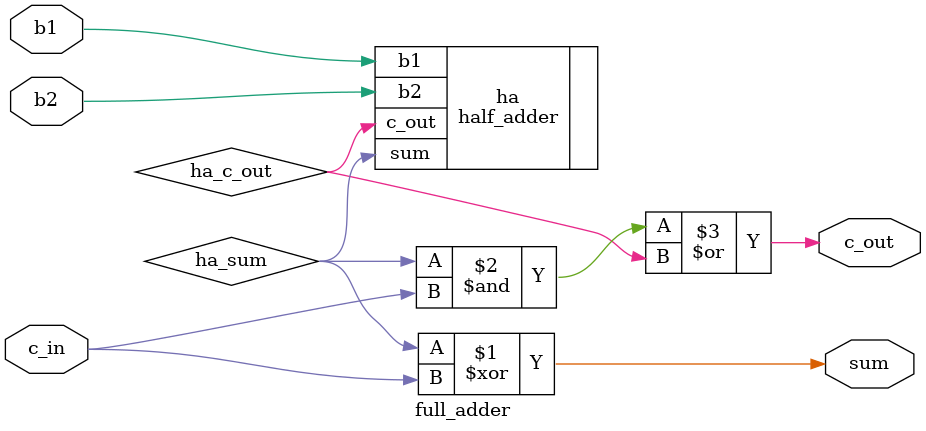
<source format=v>
module full_adder(
	b1,
	b2,
	c_in,
	sum,
	c_out
); // improved half adder - full adder, which has an intake bit c_in 
	// allows cascading mutiple FAs to widen ןמפוא רשמעק

	input   b1;
	input   b2;
	input c_in;
	
	output   sum;
	output c_out;
	
	wire ha_sum;
	wire ha_c_out;
	
	half_adder ha(.b1(b1), .b2(b2), .sum(ha_sum), .c_out(ha_c_out));
	
	assign sum 	 = ha_sum  ^ c_in;
	
	assign c_out = (ha_sum & c_in) | ha_c_out;

endmodule 
</source>
